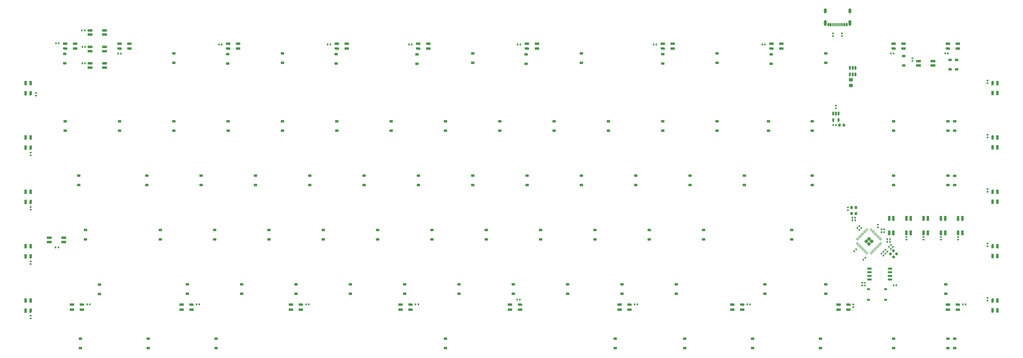
<source format=gbr>
%TF.GenerationSoftware,KiCad,Pcbnew,8.0.1*%
%TF.CreationDate,2025-07-10T21:51:53+09:00*%
%TF.ProjectId,OrionV2V3_rp2040,4f72696f-6e56-4325-9633-5f7270323034,rev?*%
%TF.SameCoordinates,Original*%
%TF.FileFunction,Paste,Bot*%
%TF.FilePolarity,Positive*%
%FSLAX46Y46*%
G04 Gerber Fmt 4.6, Leading zero omitted, Abs format (unit mm)*
G04 Created by KiCad (PCBNEW 8.0.1) date 2025-07-10 21:51:53*
%MOMM*%
%LPD*%
G01*
G04 APERTURE LIST*
G04 Aperture macros list*
%AMRoundRect*
0 Rectangle with rounded corners*
0 $1 Rounding radius*
0 $2 $3 $4 $5 $6 $7 $8 $9 X,Y pos of 4 corners*
0 Add a 4 corners polygon primitive as box body*
4,1,4,$2,$3,$4,$5,$6,$7,$8,$9,$2,$3,0*
0 Add four circle primitives for the rounded corners*
1,1,$1+$1,$2,$3*
1,1,$1+$1,$4,$5*
1,1,$1+$1,$6,$7*
1,1,$1+$1,$8,$9*
0 Add four rect primitives between the rounded corners*
20,1,$1+$1,$2,$3,$4,$5,0*
20,1,$1+$1,$4,$5,$6,$7,0*
20,1,$1+$1,$6,$7,$8,$9,0*
20,1,$1+$1,$8,$9,$2,$3,0*%
%AMOutline5P*
0 Free polygon, 5 corners , with rotation*
0 The origin of the aperture is its center*
0 number of corners: always 5*
0 $1 to $10 corner X, Y*
0 $11 Rotation angle, in degrees counterclockwise*
0 create outline with 5 corners*
4,1,5,$1,$2,$3,$4,$5,$6,$7,$8,$9,$10,$1,$2,$11*%
%AMOutline6P*
0 Free polygon, 6 corners , with rotation*
0 The origin of the aperture is its center*
0 number of corners: always 6*
0 $1 to $12 corner X, Y*
0 $13 Rotation angle, in degrees counterclockwise*
0 create outline with 6 corners*
4,1,6,$1,$2,$3,$4,$5,$6,$7,$8,$9,$10,$11,$12,$1,$2,$13*%
%AMOutline7P*
0 Free polygon, 7 corners , with rotation*
0 The origin of the aperture is its center*
0 number of corners: always 7*
0 $1 to $14 corner X, Y*
0 $15 Rotation angle, in degrees counterclockwise*
0 create outline with 7 corners*
4,1,7,$1,$2,$3,$4,$5,$6,$7,$8,$9,$10,$11,$12,$13,$14,$1,$2,$15*%
%AMOutline8P*
0 Free polygon, 8 corners , with rotation*
0 The origin of the aperture is its center*
0 number of corners: always 8*
0 $1 to $16 corner X, Y*
0 $17 Rotation angle, in degrees counterclockwise*
0 create outline with 8 corners*
4,1,8,$1,$2,$3,$4,$5,$6,$7,$8,$9,$10,$11,$12,$13,$14,$15,$16,$1,$2,$17*%
G04 Aperture macros list end*
%ADD10R,1.700000X0.820000*%
%ADD11RoundRect,0.205000X0.645000X0.205000X-0.645000X0.205000X-0.645000X-0.205000X0.645000X-0.205000X0*%
%ADD12R,0.820000X1.700000*%
%ADD13RoundRect,0.205000X0.205000X-0.645000X0.205000X0.645000X-0.205000X0.645000X-0.205000X-0.645000X0*%
%ADD14RoundRect,0.205000X-0.645000X-0.205000X0.645000X-0.205000X0.645000X0.205000X-0.645000X0.205000X0*%
%ADD15RoundRect,0.250000X-0.450000X0.325000X-0.450000X-0.325000X0.450000X-0.325000X0.450000X0.325000X0*%
%ADD16RoundRect,0.225000X0.375000X-0.225000X0.375000X0.225000X-0.375000X0.225000X-0.375000X-0.225000X0*%
%ADD17RoundRect,0.140000X-0.140000X-0.170000X0.140000X-0.170000X0.140000X0.170000X-0.140000X0.170000X0*%
%ADD18R,1.600000X0.850000*%
%ADD19Outline6P,-0.800000X0.425000X0.460000X0.425000X0.800000X0.085000X0.800000X-0.425000X-0.460000X-0.425000X-0.800000X-0.085000X0.000000*%
%ADD20RoundRect,0.140000X-0.170000X0.140000X-0.170000X-0.140000X0.170000X-0.140000X0.170000X0.140000X0*%
%ADD21RoundRect,0.140000X0.170000X-0.140000X0.170000X0.140000X-0.170000X0.140000X-0.170000X-0.140000X0*%
%ADD22RoundRect,0.140000X0.140000X0.170000X-0.140000X0.170000X-0.140000X-0.170000X0.140000X-0.170000X0*%
%ADD23Outline6P,-0.800000X0.425000X0.460000X0.425000X0.800000X0.085000X0.800000X-0.425000X-0.460000X-0.425000X-0.800000X-0.085000X180.000000*%
%ADD24R,0.850000X1.600000*%
%ADD25Outline6P,-0.800000X0.425000X0.460000X0.425000X0.800000X0.085000X0.800000X-0.425000X-0.460000X-0.425000X-0.800000X-0.085000X270.000000*%
%ADD26Outline6P,-0.800000X0.425000X0.460000X0.425000X0.800000X0.085000X0.800000X-0.425000X-0.460000X-0.425000X-0.800000X-0.085000X90.000000*%
%ADD27RoundRect,0.150000X-0.150000X-0.425000X0.150000X-0.425000X0.150000X0.425000X-0.150000X0.425000X0*%
%ADD28RoundRect,0.075000X-0.075000X-0.500000X0.075000X-0.500000X0.075000X0.500000X-0.075000X0.500000X0*%
%ADD29O,1.000000X1.800000*%
%ADD30O,1.000000X2.100000*%
%ADD31RoundRect,0.150000X-0.150000X0.512500X-0.150000X-0.512500X0.150000X-0.512500X0.150000X0.512500X0*%
%ADD32RoundRect,0.140000X-0.219203X-0.021213X-0.021213X-0.219203X0.219203X0.021213X0.021213X0.219203X0*%
%ADD33RoundRect,0.140000X0.219203X0.021213X0.021213X0.219203X-0.219203X-0.021213X-0.021213X-0.219203X0*%
%ADD34RoundRect,0.225000X-0.225000X-0.250000X0.225000X-0.250000X0.225000X0.250000X-0.225000X0.250000X0*%
%ADD35RoundRect,0.150000X-0.650000X-0.150000X0.650000X-0.150000X0.650000X0.150000X-0.650000X0.150000X0*%
%ADD36R,1.000000X0.750000*%
%ADD37RoundRect,0.140000X0.021213X-0.219203X0.219203X-0.021213X-0.021213X0.219203X-0.219203X0.021213X0*%
%ADD38R,0.900000X1.000000*%
%ADD39RoundRect,0.250000X0.000000X-0.413257X0.413257X0.000000X0.000000X0.413257X-0.413257X0.000000X0*%
%ADD40RoundRect,0.050000X-0.238649X-0.309359X0.309359X0.238649X0.238649X0.309359X-0.309359X-0.238649X0*%
%ADD41RoundRect,0.050000X0.238649X-0.309359X0.309359X-0.238649X-0.238649X0.309359X-0.309359X0.238649X0*%
%ADD42RoundRect,0.225000X0.335876X0.017678X0.017678X0.335876X-0.335876X-0.017678X-0.017678X-0.335876X0*%
%ADD43RoundRect,0.225000X-0.335876X-0.017678X-0.017678X-0.335876X0.335876X0.017678X0.017678X0.335876X0*%
G04 APERTURE END LIST*
D10*
%TO.C,ULED27*%
X-16837500Y-118550000D03*
X-16837500Y-120050000D03*
D11*
X-11737500Y-120050000D03*
D10*
X-11737500Y-118550000D03*
%TD*%
D12*
%TO.C,ULED3*%
X291262500Y-111750000D03*
X289762500Y-111750000D03*
D13*
X289762500Y-116850000D03*
D12*
X291262500Y-116850000D03*
%TD*%
D10*
%TO.C,ULED22*%
X2550000Y-58897500D03*
X2550000Y-57397500D03*
D14*
X-2550000Y-57397500D03*
D10*
X-2550000Y-58897500D03*
%TD*%
D12*
%TO.C,ULED2*%
X285212500Y-111755000D03*
X283712500Y-111755000D03*
D13*
X283712500Y-116855000D03*
D12*
X285212500Y-116855000D03*
%TD*%
%TO.C,ULED5*%
X303362500Y-111750000D03*
X301862500Y-111750000D03*
D13*
X301862500Y-116850000D03*
D12*
X303362500Y-116850000D03*
%TD*%
%TO.C,ULED1*%
X279162500Y-111750000D03*
X277662500Y-111750000D03*
D13*
X277662500Y-116850000D03*
D12*
X279162500Y-116850000D03*
%TD*%
%TO.C,ULED4*%
X297312501Y-111750000D03*
X295812501Y-111750000D03*
D13*
X295812501Y-116850000D03*
D12*
X297312501Y-116850000D03*
%TD*%
D10*
%TO.C,ULED20*%
X2550000Y-47377500D03*
X2550000Y-45877500D03*
D14*
X-2550000Y-45877500D03*
D10*
X-2550000Y-47377500D03*
%TD*%
%TO.C,ULED21*%
X2550000Y-53137500D03*
X2550000Y-51637500D03*
D14*
X-2550000Y-51637500D03*
D10*
X-2550000Y-53137500D03*
%TD*%
%TO.C,ULED11*%
X293062500Y-58137500D03*
X293062500Y-56637500D03*
D14*
X287962500Y-56637500D03*
D10*
X287962500Y-58137500D03*
%TD*%
D15*
%TO.C,F1*%
X264218250Y-63165001D03*
X264218250Y-65214999D03*
%TD*%
D16*
%TO.C,D74*%
X184000000Y-138215000D03*
X184000000Y-134915000D03*
%TD*%
D17*
%TO.C,LC22*%
X-5255000Y-51650000D03*
X-4295000Y-51650000D03*
%TD*%
D16*
%TO.C,D31*%
X250730750Y-81065000D03*
X250730750Y-77765000D03*
%TD*%
D18*
%TO.C,ULED36*%
X222668250Y-143750000D03*
X222668250Y-142000000D03*
D19*
X226168250Y-142000000D03*
D18*
X226168250Y-143750000D03*
%TD*%
D20*
%TO.C,LC6*%
X312168250Y-120535000D03*
X312168250Y-121495000D03*
%TD*%
%TO.C,LC39*%
X312168250Y-139585000D03*
X312168250Y-140545000D03*
%TD*%
%TO.C,LC11*%
X285800000Y-55645000D03*
X285800000Y-56605000D03*
%TD*%
D16*
%TO.C,D68*%
X69700000Y-138215000D03*
X69700000Y-134915000D03*
%TD*%
D17*
%TO.C,LC10*%
X297313250Y-53965000D03*
X298273250Y-53965000D03*
%TD*%
D21*
%TO.C,LC26*%
X-23331751Y-108744999D03*
X-23331751Y-107784999D03*
%TD*%
D22*
%TO.C,LC33*%
X112561249Y-141925000D03*
X111601249Y-141925000D03*
%TD*%
D18*
%TO.C,ULED38*%
X298287500Y-143750000D03*
X298287500Y-142000000D03*
D19*
X301787500Y-142000000D03*
D18*
X301787500Y-143750000D03*
%TD*%
%TO.C,ULED37*%
X259906250Y-143750000D03*
X259906250Y-142000000D03*
D19*
X263406250Y-142000000D03*
D18*
X263406250Y-143750000D03*
%TD*%
D16*
%TO.C,D69*%
X88750000Y-138215000D03*
X88750000Y-134915000D03*
%TD*%
D18*
%TO.C,ULED19*%
X11275000Y-50512500D03*
X11275000Y-52262500D03*
D23*
X7775000Y-52262500D03*
D18*
X7775000Y-50512500D03*
%TD*%
D16*
%TO.C,D15*%
X299025000Y-59525000D03*
X299025000Y-56225000D03*
%TD*%
D18*
%TO.C,ULED33*%
X106306250Y-143750000D03*
X106306250Y-142000000D03*
D19*
X109806250Y-142000000D03*
D18*
X109806250Y-143750000D03*
%TD*%
D16*
%TO.C,D37*%
X36362500Y-100115000D03*
X36362500Y-96815000D03*
%TD*%
%TO.C,D66*%
X31600000Y-138215000D03*
X31600000Y-134915000D03*
%TD*%
%TO.C,D75*%
X203050000Y-138215000D03*
X203050000Y-134915000D03*
%TD*%
%TO.C,D20*%
X45887500Y-81065000D03*
X45887500Y-77765000D03*
%TD*%
%TO.C,D88*%
X298300000Y-157265000D03*
X298300000Y-153965000D03*
%TD*%
%TO.C,D84*%
X205980750Y-157265000D03*
X205980750Y-153965000D03*
%TD*%
D21*
%TO.C,C14*%
X258975000Y-73155000D03*
X258975000Y-72195000D03*
%TD*%
D16*
%TO.C,D36*%
X17312500Y-100115000D03*
X17312500Y-96815000D03*
%TD*%
D17*
%TO.C,LC34*%
X147240000Y-140240000D03*
X148200000Y-140240000D03*
%TD*%
D16*
%TO.C,D34*%
X300650000Y-81065000D03*
X300650000Y-77765000D03*
%TD*%
%TO.C,D52*%
X-4118750Y-119165000D03*
X-4118750Y-115865000D03*
%TD*%
D24*
%TO.C,ULED29*%
X-25156751Y-140589999D03*
X-23406751Y-140589999D03*
D25*
X-23406751Y-144089999D03*
D24*
X-25156751Y-144089999D03*
%TD*%
%TO.C,ULED6*%
X315668250Y-125015000D03*
X313918250Y-125015000D03*
D26*
X313918250Y-121515000D03*
D24*
X315668250Y-121515000D03*
%TD*%
D27*
%TO.C,J1*%
X256368250Y-43830000D03*
X257168250Y-43830000D03*
D28*
X258318250Y-43829999D03*
X259318250Y-43830000D03*
X259818250Y-43830000D03*
X260818250Y-43829999D03*
D27*
X261968250Y-43830000D03*
X262768250Y-43830000D03*
X262768250Y-43830000D03*
X261968250Y-43830000D03*
D28*
X261318250Y-43830000D03*
X260318250Y-43830000D03*
X258818250Y-43830000D03*
X257818250Y-43830000D03*
D27*
X257168250Y-43830000D03*
X256368250Y-43830000D03*
D29*
X255248250Y-39075000D03*
D30*
X255248250Y-43255000D03*
D29*
X263888250Y-39075000D03*
D30*
X263888250Y-43255000D03*
%TD*%
D16*
%TO.C,D38*%
X55412500Y-100115000D03*
X55412500Y-96815000D03*
%TD*%
D17*
%TO.C,LC19*%
X7308250Y-54040000D03*
X8268250Y-54040000D03*
%TD*%
D31*
%TO.C,U1*%
X258062501Y-75012500D03*
X259012500Y-75012500D03*
X259962499Y-75012500D03*
X259962499Y-77287500D03*
X258062501Y-77287500D03*
%TD*%
D16*
%TO.C,D58*%
X117325000Y-119165000D03*
X117325000Y-115865000D03*
%TD*%
D18*
%TO.C,ULED35*%
X183106250Y-143750000D03*
X183106250Y-142000000D03*
D19*
X186606250Y-142000000D03*
D18*
X186606250Y-143750000D03*
%TD*%
D17*
%TO.C,LC18*%
X42630000Y-50820000D03*
X43590000Y-50820000D03*
%TD*%
D21*
%TO.C,R3*%
X269186924Y-135323472D03*
X269186924Y-134363472D03*
%TD*%
D22*
%TO.C,LC31*%
X35761250Y-141925000D03*
X34801250Y-141925000D03*
%TD*%
D18*
%TO.C,ULED18*%
X49375000Y-50512500D03*
X49375000Y-52262500D03*
D23*
X45875000Y-52262500D03*
D18*
X45875000Y-50512500D03*
%TD*%
D16*
%TO.C,D11*%
X217337500Y-57252500D03*
X217337500Y-53952500D03*
%TD*%
D20*
%TO.C,LC1*%
X275925000Y-115595000D03*
X275925000Y-116555000D03*
%TD*%
D16*
%TO.C,D83*%
X181618750Y-157265000D03*
X181618750Y-153965000D03*
%TD*%
%TO.C,D2*%
X26837500Y-57252500D03*
X26837500Y-53952500D03*
%TD*%
D32*
%TO.C,C5*%
X266522513Y-115179061D03*
X267201335Y-115857883D03*
%TD*%
D33*
%TO.C,C11*%
X267876335Y-115182883D03*
X267197513Y-114504061D03*
%TD*%
D16*
%TO.C,D46*%
X207812500Y-100115000D03*
X207812500Y-96815000D03*
%TD*%
D34*
%TO.C,C18*%
X260225000Y-79100000D03*
X261775000Y-79100000D03*
%TD*%
D17*
%TO.C,LC23*%
X-14505000Y-50425000D03*
X-13545000Y-50425000D03*
%TD*%
D16*
%TO.C,D9*%
X169712500Y-57252500D03*
X169712500Y-53952500D03*
%TD*%
D21*
%TO.C,LC37*%
X265100000Y-142880000D03*
X265100000Y-141920000D03*
%TD*%
D18*
%TO.C,ULED16*%
X116050000Y-50512500D03*
X116050000Y-52262500D03*
D23*
X112550000Y-52262500D03*
D18*
X112550000Y-50512500D03*
%TD*%
D16*
%TO.C,D63*%
X212575000Y-119165000D03*
X212575000Y-115865000D03*
%TD*%
D21*
%TO.C,LC25*%
X-23331751Y-89694999D03*
X-23331751Y-88734999D03*
%TD*%
D17*
%TO.C,LC12*%
X278263250Y-53965000D03*
X279223250Y-53965000D03*
%TD*%
D16*
%TO.C,D4*%
X64937500Y-57252500D03*
X64937500Y-53952500D03*
%TD*%
%TO.C,D43*%
X150662500Y-100115000D03*
X150662500Y-96815000D03*
%TD*%
D32*
%TO.C,C9*%
X278265589Y-121075589D03*
X278944411Y-121754411D03*
%TD*%
D18*
%TO.C,ULED13*%
X239875000Y-50512500D03*
X239875000Y-52262500D03*
D23*
X236375000Y-52262500D03*
D18*
X236375000Y-50512500D03*
%TD*%
D24*
%TO.C,ULED25*%
X-25156751Y-83439999D03*
X-23406751Y-83439999D03*
D25*
X-23406751Y-86939999D03*
D24*
X-25156751Y-86939999D03*
%TD*%
D16*
%TO.C,D85*%
X229793250Y-157265000D03*
X229793250Y-153965000D03*
%TD*%
%TO.C,D89*%
X300625000Y-157265000D03*
X300625000Y-153965000D03*
%TD*%
%TO.C,D3*%
X45710000Y-57500000D03*
X45710000Y-54200000D03*
%TD*%
D21*
%TO.C,LC5*%
X301850000Y-119230000D03*
X301850000Y-118270000D03*
%TD*%
D16*
%TO.C,D6*%
X112080000Y-57550000D03*
X112080000Y-54250000D03*
%TD*%
D22*
%TO.C,C3*%
X277980000Y-119025000D03*
X277020000Y-119025000D03*
%TD*%
D16*
%TO.C,D18*%
X7787500Y-81065000D03*
X7787500Y-77765000D03*
%TD*%
%TO.C,D47*%
X226862500Y-100115000D03*
X226862500Y-96815000D03*
%TD*%
D20*
%TO.C,R9*%
X257993250Y-46885000D03*
X257993250Y-47845000D03*
%TD*%
D16*
%TO.C,D82*%
X122087500Y-157265000D03*
X122087500Y-153965000D03*
%TD*%
%TO.C,D27*%
X179237500Y-81065000D03*
X179237500Y-77765000D03*
%TD*%
%TO.C,D19*%
X26837500Y-81065000D03*
X26837500Y-77765000D03*
%TD*%
D22*
%TO.C,C7*%
X277980000Y-119975000D03*
X277020000Y-119975000D03*
%TD*%
D35*
%TO.C,U2*%
X270786924Y-133148472D03*
X270786924Y-131878472D03*
X270786924Y-130608472D03*
X270786924Y-129338472D03*
X277986924Y-129338472D03*
X277986924Y-130608472D03*
X277986924Y-131878472D03*
X277986924Y-133148472D03*
%TD*%
D21*
%TO.C,LC29*%
X-23331751Y-146844999D03*
X-23331751Y-145884999D03*
%TD*%
%TO.C,LC2*%
X283700000Y-119235000D03*
X283700000Y-118275000D03*
%TD*%
D22*
%TO.C,LC35*%
X189311250Y-141925000D03*
X188351250Y-141925000D03*
%TD*%
D31*
%TO.C,U4*%
X263943251Y-59052500D03*
X264893250Y-59052500D03*
X265843249Y-59052500D03*
X265843249Y-61327500D03*
X264893250Y-61327500D03*
X263943251Y-61327500D03*
%TD*%
D17*
%TO.C,LC21*%
X-5255000Y-57400000D03*
X-4295000Y-57400000D03*
%TD*%
D16*
%TO.C,D42*%
X131612500Y-100115000D03*
X131612500Y-96815000D03*
%TD*%
%TO.C,D25*%
X141137500Y-81065000D03*
X141137500Y-77765000D03*
%TD*%
%TO.C,D56*%
X79225000Y-119165000D03*
X79225000Y-115865000D03*
%TD*%
%TO.C,D59*%
X136375000Y-119165000D03*
X136375000Y-115865000D03*
%TD*%
%TO.C,D50*%
X298300000Y-100115000D03*
X298300000Y-96815000D03*
%TD*%
D36*
%TO.C,BOOTSEL1*%
X270461924Y-140293472D03*
X276461924Y-140293472D03*
X270461924Y-136543472D03*
X276461924Y-136543472D03*
%TD*%
D16*
%TO.C,D53*%
X22075000Y-119165000D03*
X22075000Y-115865000D03*
%TD*%
%TO.C,D10*%
X198270000Y-57530000D03*
X198270000Y-54230000D03*
%TD*%
D21*
%TO.C,LC3*%
X289750000Y-119230000D03*
X289750000Y-118270000D03*
%TD*%
D32*
%TO.C,C12*%
X277590589Y-121750589D03*
X278269411Y-122429411D03*
%TD*%
D20*
%TO.C,LC8*%
X312168250Y-82435000D03*
X312168250Y-83395000D03*
%TD*%
D17*
%TO.C,LC13*%
X233130000Y-50820000D03*
X234090000Y-50820000D03*
%TD*%
D16*
%TO.C,D29*%
X217337500Y-81065000D03*
X217337500Y-77765000D03*
%TD*%
%TO.C,D78*%
X297500000Y-138215000D03*
X297500000Y-134915000D03*
%TD*%
D37*
%TO.C,C17*%
X268672513Y-126207883D03*
X269351335Y-125529061D03*
%TD*%
D16*
%TO.C,D45*%
X188762500Y-100115000D03*
X188762500Y-96815000D03*
%TD*%
%TO.C,D26*%
X160187500Y-81065000D03*
X160187500Y-77765000D03*
%TD*%
D17*
%TO.C,LC20*%
X-5380000Y-45875000D03*
X-4420000Y-45875000D03*
%TD*%
D18*
%TO.C,ULED34*%
X144706250Y-143750000D03*
X144706250Y-142000000D03*
D19*
X148206250Y-142000000D03*
D18*
X148206250Y-143750000D03*
%TD*%
D21*
%TO.C,LC28*%
X-23331751Y-127794999D03*
X-23331751Y-126834999D03*
%TD*%
D24*
%TO.C,ULED7*%
X315668250Y-105965000D03*
X313918250Y-105965000D03*
D26*
X313918250Y-102465000D03*
D24*
X315668250Y-102465000D03*
%TD*%
D16*
%TO.C,D86*%
X253605750Y-157265000D03*
X253605750Y-153965000D03*
%TD*%
%TO.C,D65*%
X775000Y-138252500D03*
X775000Y-134952500D03*
%TD*%
%TO.C,D40*%
X93512500Y-100115000D03*
X93512500Y-96815000D03*
%TD*%
%TO.C,D73*%
X164950000Y-138215000D03*
X164950000Y-134915000D03*
%TD*%
D18*
%TO.C,ULED32*%
X67906250Y-143750000D03*
X67906250Y-142000000D03*
D19*
X71406250Y-142000000D03*
D18*
X71406250Y-143750000D03*
%TD*%
D22*
%TO.C,C16*%
X265730000Y-111475001D03*
X264770000Y-111475001D03*
%TD*%
D16*
%TO.C,D51*%
X300625000Y-100125000D03*
X300625000Y-96825000D03*
%TD*%
D18*
%TO.C,ULED30*%
X-8893750Y-143750000D03*
X-8893750Y-142000000D03*
D19*
X-5393750Y-142000000D03*
D18*
X-5393750Y-143750000D03*
%TD*%
D21*
%TO.C,LC4*%
X295800001Y-119230000D03*
X295800001Y-118270000D03*
%TD*%
D16*
%TO.C,D64*%
X243531250Y-119165000D03*
X243531250Y-115865000D03*
%TD*%
D38*
%TO.C,Y1*%
X266025000Y-107925000D03*
X266025000Y-110075000D03*
X264475000Y-110075000D03*
X264475000Y-107925000D03*
%TD*%
D16*
%TO.C,D23*%
X103037500Y-81065000D03*
X103037500Y-77765000D03*
%TD*%
%TO.C,D87*%
X279250000Y-157265000D03*
X279250000Y-153965000D03*
%TD*%
%TO.C,D12*%
X236320000Y-57550000D03*
X236320000Y-54250000D03*
%TD*%
D17*
%TO.C,R6*%
X264770000Y-112425000D03*
X265730000Y-112425000D03*
%TD*%
D24*
%TO.C,ULED24*%
X-25156750Y-64389999D03*
X-23406750Y-64389999D03*
D25*
X-23406750Y-67889999D03*
D24*
X-25156750Y-67889999D03*
%TD*%
D16*
%TO.C,D44*%
X169712500Y-100115000D03*
X169712500Y-96815000D03*
%TD*%
%TO.C,D57*%
X98275000Y-119165000D03*
X98275000Y-115865000D03*
%TD*%
%TO.C,D76*%
X234118250Y-138215000D03*
X234118250Y-134915000D03*
%TD*%
%TO.C,D80*%
X17862000Y-157265000D03*
X17862000Y-153965000D03*
%TD*%
D17*
%TO.C,C13*%
X258070000Y-79100000D03*
X259030000Y-79100000D03*
%TD*%
D24*
%TO.C,ULED26*%
X-25156751Y-102489999D03*
X-23406751Y-102489999D03*
D25*
X-23406751Y-105989999D03*
D24*
X-25156751Y-105989999D03*
%TD*%
D18*
%TO.C,ULED14*%
X201775000Y-50512500D03*
X201775000Y-52262500D03*
D23*
X198275000Y-52262500D03*
D18*
X198275000Y-50512500D03*
%TD*%
D16*
%TO.C,D32*%
X279250000Y-81065000D03*
X279250000Y-77765000D03*
%TD*%
D18*
%TO.C,ULED15*%
X154150000Y-50512500D03*
X154150000Y-52262500D03*
D23*
X150650000Y-52262500D03*
D18*
X150650000Y-50512500D03*
%TD*%
%TO.C,ULED23*%
X-7775000Y-50512500D03*
X-7775000Y-52262500D03*
D23*
X-11275000Y-52262500D03*
D18*
X-11275000Y-50512500D03*
%TD*%
D37*
%TO.C,C6*%
X265408102Y-123307883D03*
X266086924Y-122629061D03*
%TD*%
D18*
%TO.C,ULED10*%
X301787500Y-50512500D03*
X301787500Y-52262500D03*
D23*
X298287500Y-52262500D03*
D18*
X298287500Y-50512500D03*
%TD*%
D32*
%TO.C,C10*%
X274972513Y-124154061D03*
X275651335Y-124832883D03*
%TD*%
D18*
%TO.C,ULED31*%
X29506250Y-143750000D03*
X29506250Y-142000000D03*
D19*
X33006250Y-142000000D03*
D18*
X33006250Y-143750000D03*
%TD*%
D39*
%TO.C,U3*%
X269693250Y-119840000D03*
X270594811Y-120741561D03*
X270594811Y-118938439D03*
X271496372Y-119840000D03*
D40*
X270002609Y-124109157D03*
X269719766Y-123826314D03*
X269436924Y-123543472D03*
X269154081Y-123260629D03*
X268871238Y-122977786D03*
X268588396Y-122694944D03*
X268305553Y-122412101D03*
X268022710Y-122129258D03*
X267739867Y-121846415D03*
X267457025Y-121563573D03*
X267174182Y-121280730D03*
X266891339Y-120997887D03*
X266608497Y-120715045D03*
X266325654Y-120432202D03*
D41*
X266325654Y-119247798D03*
X266608497Y-118964955D03*
X266891339Y-118682113D03*
X267174182Y-118399270D03*
X267457025Y-118116427D03*
X267739867Y-117833585D03*
X268022710Y-117550742D03*
X268305553Y-117267899D03*
X268588396Y-116985056D03*
X268871238Y-116702214D03*
X269154081Y-116419371D03*
X269436924Y-116136528D03*
X269719766Y-115853686D03*
X270002609Y-115570843D03*
D40*
X271187013Y-115570843D03*
X271469856Y-115853686D03*
X271752698Y-116136528D03*
X272035541Y-116419371D03*
X272318384Y-116702214D03*
X272601226Y-116985056D03*
X272884069Y-117267899D03*
X273166912Y-117550742D03*
X273449755Y-117833585D03*
X273732597Y-118116427D03*
X274015440Y-118399270D03*
X274298283Y-118682113D03*
X274581125Y-118964955D03*
X274863968Y-119247798D03*
D41*
X274863968Y-120432202D03*
X274581125Y-120715045D03*
X274298283Y-120997887D03*
X274015440Y-121280730D03*
X273732597Y-121563573D03*
X273449755Y-121846415D03*
X273166912Y-122129258D03*
X272884069Y-122412101D03*
X272601226Y-122694944D03*
X272318384Y-122977786D03*
X272035541Y-123260629D03*
X271752698Y-123543472D03*
X271469856Y-123826314D03*
X271187013Y-124109157D03*
%TD*%
D16*
%TO.C,D79*%
X-5950500Y-157265000D03*
X-5950500Y-153965000D03*
%TD*%
%TO.C,D60*%
X155425000Y-119165000D03*
X155425000Y-115865000D03*
%TD*%
D22*
%TO.C,LC36*%
X228873250Y-141925000D03*
X227913250Y-141925000D03*
%TD*%
D16*
%TO.C,D33*%
X298300000Y-81065000D03*
X298300000Y-77765000D03*
%TD*%
%TO.C,D24*%
X122087500Y-81065000D03*
X122087500Y-77765000D03*
%TD*%
%TO.C,D81*%
X41674500Y-157265000D03*
X41674500Y-153965000D03*
%TD*%
%TO.C,D41*%
X112562500Y-100115000D03*
X112562500Y-96815000D03*
%TD*%
D20*
%TO.C,C15*%
X263225000Y-107945003D03*
X263225000Y-108905003D03*
%TD*%
D16*
%TO.C,D5*%
X83770000Y-57490000D03*
X83770000Y-54190000D03*
%TD*%
D24*
%TO.C,ULED9*%
X315668250Y-67865000D03*
X313918250Y-67865000D03*
D26*
X313918250Y-64365000D03*
D24*
X315668250Y-64365000D03*
%TD*%
D20*
%TO.C,LC9*%
X312168250Y-63385000D03*
X312168250Y-64345000D03*
%TD*%
D24*
%TO.C,ULED28*%
X-25156751Y-121539999D03*
X-23406751Y-121539999D03*
D25*
X-23406751Y-125039999D03*
D24*
X-25156751Y-125039999D03*
%TD*%
D16*
%TO.C,D14*%
X282750000Y-58200000D03*
X282750000Y-54900000D03*
%TD*%
%TO.C,D71*%
X126850000Y-138215000D03*
X126850000Y-134915000D03*
%TD*%
%TO.C,D7*%
X131612500Y-57252500D03*
X131612500Y-53952500D03*
%TD*%
%TO.C,D70*%
X107800000Y-138215000D03*
X107800000Y-134915000D03*
%TD*%
D42*
%TO.C,R1*%
X279221283Y-125278998D03*
X278125267Y-124182982D03*
%TD*%
D22*
%TO.C,LC30*%
X-2638750Y-141925000D03*
X-3598750Y-141925000D03*
%TD*%
D18*
%TO.C,ULED12*%
X282737500Y-50512500D03*
X282737500Y-52262500D03*
D23*
X279237500Y-52262500D03*
D18*
X279237500Y-50512500D03*
%TD*%
D20*
%TO.C,R11*%
X275000000Y-115595000D03*
X275000000Y-116555000D03*
%TD*%
D16*
%TO.C,D28*%
X198287500Y-81065000D03*
X198287500Y-77765000D03*
%TD*%
D17*
%TO.C,C8*%
X279188250Y-135215000D03*
X280148250Y-135215000D03*
%TD*%
D16*
%TO.C,D8*%
X150340000Y-57560000D03*
X150340000Y-54260000D03*
%TD*%
D17*
%TO.C,LC27*%
X-14630000Y-121900000D03*
X-13670000Y-121900000D03*
%TD*%
D16*
%TO.C,D16*%
X301350000Y-59525000D03*
X301350000Y-56225000D03*
%TD*%
%TO.C,D13*%
X255437500Y-57252500D03*
X255437500Y-53952500D03*
%TD*%
D20*
%TO.C,R10*%
X261118250Y-46885000D03*
X261118250Y-47845000D03*
%TD*%
D16*
%TO.C,D55*%
X60175000Y-119165000D03*
X60175000Y-115865000D03*
%TD*%
%TO.C,D30*%
X235350000Y-81065000D03*
X235350000Y-77765000D03*
%TD*%
D33*
%TO.C,C1*%
X276326335Y-124157883D03*
X275647513Y-123479061D03*
%TD*%
D20*
%TO.C,C4*%
X273725000Y-113945000D03*
X273725000Y-114905000D03*
%TD*%
D16*
%TO.C,D48*%
X250675000Y-100115000D03*
X250675000Y-96815000D03*
%TD*%
%TO.C,D77*%
X255437500Y-138215000D03*
X255437500Y-134915000D03*
%TD*%
%TO.C,D17*%
X-11262500Y-81065000D03*
X-11262500Y-77765000D03*
%TD*%
D17*
%TO.C,LC15*%
X147405000Y-50820000D03*
X148365000Y-50820000D03*
%TD*%
D16*
%TO.C,D49*%
X279250000Y-100115000D03*
X279250000Y-96815000D03*
%TD*%
%TO.C,D35*%
X-6500000Y-100115000D03*
X-6500000Y-96815000D03*
%TD*%
D24*
%TO.C,ULED39*%
X315668250Y-144065000D03*
X313918250Y-144065000D03*
D26*
X313918250Y-140565000D03*
D24*
X315668250Y-140565000D03*
%TD*%
D16*
%TO.C,D22*%
X83987500Y-81065000D03*
X83987500Y-77765000D03*
%TD*%
D20*
%TO.C,LC7*%
X312168250Y-101485000D03*
X312168250Y-102445000D03*
%TD*%
D16*
%TO.C,D21*%
X64937500Y-81065000D03*
X64937500Y-77765000D03*
%TD*%
D21*
%TO.C,LC24*%
X-21500000Y-68780000D03*
X-21500000Y-67820000D03*
%TD*%
D43*
%TO.C,R2*%
X279168250Y-123140000D03*
X280264266Y-124236016D03*
%TD*%
D17*
%TO.C,LC16*%
X109305000Y-50820000D03*
X110265000Y-50820000D03*
%TD*%
D24*
%TO.C,ULED8*%
X315668250Y-86915000D03*
X313918250Y-86915000D03*
D26*
X313918250Y-83415000D03*
D24*
X315668250Y-83415000D03*
%TD*%
D16*
%TO.C,D54*%
X41125000Y-119165000D03*
X41125000Y-115865000D03*
%TD*%
D21*
%TO.C,R4*%
X268236924Y-135323472D03*
X268236924Y-134363472D03*
%TD*%
D22*
%TO.C,LC38*%
X304477500Y-141890000D03*
X303517500Y-141890000D03*
%TD*%
D16*
%TO.C,D1*%
X-11450000Y-57425000D03*
X-11450000Y-54125000D03*
%TD*%
%TO.C,D61*%
X174475000Y-119165000D03*
X174475000Y-115865000D03*
%TD*%
D22*
%TO.C,LC32*%
X74161250Y-141925000D03*
X73201250Y-141925000D03*
%TD*%
D16*
%TO.C,D72*%
X145900000Y-138215000D03*
X145900000Y-134915000D03*
%TD*%
D17*
%TO.C,LC17*%
X80730000Y-50820000D03*
X81690000Y-50820000D03*
%TD*%
D33*
%TO.C,C2*%
X277001335Y-123482883D03*
X276322513Y-122804061D03*
%TD*%
D16*
%TO.C,D67*%
X50650000Y-138215000D03*
X50650000Y-134915000D03*
%TD*%
D18*
%TO.C,ULED17*%
X87475000Y-50512500D03*
X87475000Y-52262500D03*
D23*
X83975000Y-52262500D03*
D18*
X83975000Y-50512500D03*
%TD*%
D17*
%TO.C,LC14*%
X195030000Y-50820000D03*
X195990000Y-50820000D03*
%TD*%
D16*
%TO.C,D39*%
X74462500Y-100115000D03*
X74462500Y-96815000D03*
%TD*%
%TO.C,D62*%
X193525000Y-119165000D03*
X193525000Y-115865000D03*
%TD*%
M02*

</source>
